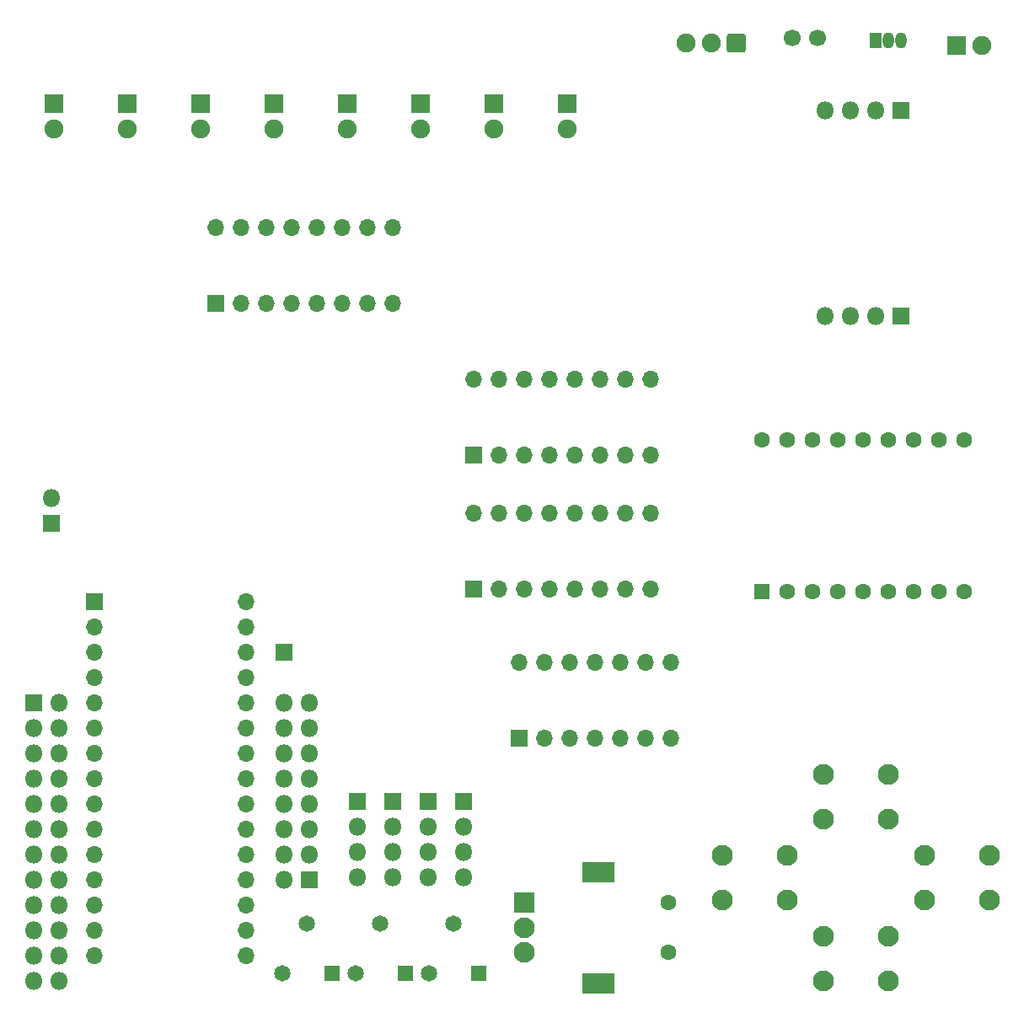
<source format=gbr>
G04 #@! TF.GenerationSoftware,KiCad,Pcbnew,(5.1.6)-1*
G04 #@! TF.CreationDate,2020-07-02T20:23:52-07:00*
G04 #@! TF.ProjectId,NanoDemo,4e616e6f-4465-46d6-9f2e-6b696361645f,rev?*
G04 #@! TF.SameCoordinates,Original*
G04 #@! TF.FileFunction,Soldermask,Bot*
G04 #@! TF.FilePolarity,Negative*
%FSLAX46Y46*%
G04 Gerber Fmt 4.6, Leading zero omitted, Abs format (unit mm)*
G04 Created by KiCad (PCBNEW (5.1.6)-1) date 2020-07-02 20:23:52*
%MOMM*%
%LPD*%
G01*
G04 APERTURE LIST*
%ADD10R,1.800000X1.800000*%
%ADD11O,1.800000X1.800000*%
%ADD12C,1.900000*%
%ADD13O,1.700000X1.700000*%
%ADD14R,1.700000X1.700000*%
%ADD15R,1.150000X1.600000*%
%ADD16O,1.150000X1.600000*%
%ADD17C,2.100000*%
%ADD18C,1.650000*%
%ADD19R,1.650000X1.650000*%
%ADD20R,2.100000X2.100000*%
%ADD21R,3.300000X2.100000*%
%ADD22C,1.600000*%
%ADD23C,1.700000*%
%ADD24R,1.600000X1.600000*%
%ADD25R,1.900000X1.900000*%
G04 APERTURE END LIST*
D10*
G04 #@! TO.C,Accl. Int.*
X43434000Y-81534000D03*
G04 #@! TD*
D11*
G04 #@! TO.C,Support*
X97790000Y-47752000D03*
X100330000Y-47752000D03*
X102870000Y-47752000D03*
D10*
X105410000Y-47752000D03*
G04 #@! TD*
D11*
G04 #@! TO.C,J6*
X20066000Y-66040000D03*
D10*
X20066000Y-68580000D03*
G04 #@! TD*
D11*
G04 #@! TO.C,J5*
X102870000Y-27051000D03*
D10*
X105410000Y-27051000D03*
D11*
X97790000Y-27051000D03*
X100330000Y-27051000D03*
G04 #@! TD*
D12*
G04 #@! TO.C,U6*
X83820000Y-20320000D03*
X86360000Y-20320000D03*
G36*
G01*
X89850000Y-19634100D02*
X89850000Y-21005900D01*
G75*
G02*
X89585900Y-21270000I-264100J0D01*
G01*
X88214100Y-21270000D01*
G75*
G02*
X87950000Y-21005900I0J264100D01*
G01*
X87950000Y-19634100D01*
G75*
G02*
X88214100Y-19370000I264100J0D01*
G01*
X89585900Y-19370000D01*
G75*
G02*
X89850000Y-19634100I0J-264100D01*
G01*
G37*
G04 #@! TD*
D13*
G04 #@! TO.C,U5*
X62484000Y-54102000D03*
X80264000Y-61722000D03*
X65024000Y-54102000D03*
X77724000Y-61722000D03*
X67564000Y-54102000D03*
X75184000Y-61722000D03*
X70104000Y-54102000D03*
X72644000Y-61722000D03*
X72644000Y-54102000D03*
X70104000Y-61722000D03*
X75184000Y-54102000D03*
X67564000Y-61722000D03*
X77724000Y-54102000D03*
X65024000Y-61722000D03*
X80264000Y-54102000D03*
D14*
X62484000Y-61722000D03*
G04 #@! TD*
D13*
G04 #@! TO.C,U4*
X62484000Y-67564000D03*
X80264000Y-75184000D03*
X65024000Y-67564000D03*
X77724000Y-75184000D03*
X67564000Y-67564000D03*
X75184000Y-75184000D03*
X70104000Y-67564000D03*
X72644000Y-75184000D03*
X72644000Y-67564000D03*
X70104000Y-75184000D03*
X75184000Y-67564000D03*
X67564000Y-75184000D03*
X77724000Y-67564000D03*
X65024000Y-75184000D03*
X80264000Y-67564000D03*
D14*
X62484000Y-75184000D03*
G04 #@! TD*
D13*
G04 #@! TO.C,U3*
X36576000Y-38862000D03*
X54356000Y-46482000D03*
X39116000Y-38862000D03*
X51816000Y-46482000D03*
X41656000Y-38862000D03*
X49276000Y-46482000D03*
X44196000Y-38862000D03*
X46736000Y-46482000D03*
X46736000Y-38862000D03*
X44196000Y-46482000D03*
X49276000Y-38862000D03*
X41656000Y-46482000D03*
X51816000Y-38862000D03*
X39116000Y-46482000D03*
X54356000Y-38862000D03*
D14*
X36576000Y-46482000D03*
G04 #@! TD*
D15*
G04 #@! TO.C,U2*
X102870000Y-20066000D03*
D16*
X105410000Y-20066000D03*
X104140000Y-20066000D03*
G04 #@! TD*
D13*
G04 #@! TO.C,U1*
X67056000Y-82550000D03*
X82296000Y-90170000D03*
X69596000Y-82550000D03*
X79756000Y-90170000D03*
X72136000Y-82550000D03*
X77216000Y-90170000D03*
X74676000Y-82550000D03*
X74676000Y-90170000D03*
X77216000Y-82550000D03*
X72136000Y-90170000D03*
X79756000Y-82550000D03*
X69596000Y-90170000D03*
X82296000Y-82550000D03*
D14*
X67056000Y-90170000D03*
G04 #@! TD*
D17*
G04 #@! TO.C,SW4*
X97640000Y-114554000D03*
X97640000Y-110054000D03*
X104140000Y-114554000D03*
X104140000Y-110054000D03*
G04 #@! TD*
G04 #@! TO.C,SW3*
X97640000Y-98298000D03*
X97640000Y-93798000D03*
X104140000Y-98298000D03*
X104140000Y-93798000D03*
G04 #@! TD*
G04 #@! TO.C,SW2*
X107800000Y-106426000D03*
X107800000Y-101926000D03*
X114300000Y-106426000D03*
X114300000Y-101926000D03*
G04 #@! TD*
G04 #@! TO.C,SW1*
X87480000Y-106426000D03*
X87480000Y-101926000D03*
X93980000Y-106426000D03*
X93980000Y-101926000D03*
G04 #@! TD*
D18*
G04 #@! TO.C,RV3*
X60492000Y-108792000D03*
D19*
X62992000Y-113792000D03*
D18*
X57992000Y-113792000D03*
G04 #@! TD*
G04 #@! TO.C,RV2*
X53126000Y-108792000D03*
D19*
X55626000Y-113792000D03*
D18*
X50626000Y-113792000D03*
G04 #@! TD*
G04 #@! TO.C,RV1*
X45760000Y-108792000D03*
D19*
X48260000Y-113792000D03*
D18*
X43260000Y-113792000D03*
G04 #@! TD*
D20*
G04 #@! TO.C,Rot_Enc1*
X67564000Y-106680000D03*
D17*
X67564000Y-109180000D03*
X67564000Y-111680000D03*
D21*
X75064000Y-103580000D03*
X75064000Y-114780000D03*
D22*
X82064000Y-106680000D03*
X82064000Y-111680000D03*
G04 #@! TD*
D23*
G04 #@! TO.C,R31*
X97028000Y-19812000D03*
X94488000Y-19812000D03*
G04 #@! TD*
D11*
G04 #@! TO.C,J8*
X43434000Y-86614000D03*
X45974000Y-86614000D03*
X43434000Y-89154000D03*
X45974000Y-89154000D03*
X43434000Y-91694000D03*
X45974000Y-91694000D03*
X43434000Y-94234000D03*
X45974000Y-94234000D03*
X43434000Y-96774000D03*
X45974000Y-96774000D03*
X43434000Y-99314000D03*
X45974000Y-99314000D03*
X43434000Y-101854000D03*
X45974000Y-101854000D03*
X43434000Y-104394000D03*
D10*
X45974000Y-104394000D03*
G04 #@! TD*
D11*
G04 #@! TO.C,J7*
X20828000Y-114554000D03*
X18288000Y-114554000D03*
X20828000Y-112014000D03*
X18288000Y-112014000D03*
X20828000Y-109474000D03*
X18288000Y-109474000D03*
X20828000Y-106934000D03*
X18288000Y-106934000D03*
X20828000Y-104394000D03*
X18288000Y-104394000D03*
X20828000Y-101854000D03*
X18288000Y-101854000D03*
X20828000Y-99314000D03*
X18288000Y-99314000D03*
X20828000Y-96774000D03*
X18288000Y-96774000D03*
X20828000Y-94234000D03*
X18288000Y-94234000D03*
X20828000Y-91694000D03*
X18288000Y-91694000D03*
X20828000Y-89154000D03*
X18288000Y-89154000D03*
X20828000Y-86614000D03*
D10*
X18288000Y-86614000D03*
G04 #@! TD*
D11*
G04 #@! TO.C,J4*
X61468000Y-104140000D03*
X61468000Y-101600000D03*
X61468000Y-99060000D03*
D10*
X61468000Y-96520000D03*
G04 #@! TD*
D11*
G04 #@! TO.C,J3*
X57912000Y-104140000D03*
X57912000Y-101600000D03*
X57912000Y-99060000D03*
D10*
X57912000Y-96520000D03*
G04 #@! TD*
D11*
G04 #@! TO.C,J2*
X54356000Y-104140000D03*
X54356000Y-101600000D03*
X54356000Y-99060000D03*
D10*
X54356000Y-96520000D03*
G04 #@! TD*
D11*
G04 #@! TO.C,J1*
X50800000Y-104140000D03*
X50800000Y-101600000D03*
X50800000Y-99060000D03*
D10*
X50800000Y-96520000D03*
G04 #@! TD*
D22*
G04 #@! TO.C,DS1*
X91440000Y-60198000D03*
X93980000Y-60198000D03*
X96520000Y-60198000D03*
X99060000Y-60198000D03*
X101600000Y-60198000D03*
X104140000Y-60198000D03*
X106680000Y-60198000D03*
X109220000Y-60198000D03*
X111760000Y-60198000D03*
X111760000Y-75438000D03*
X109220000Y-75438000D03*
X106680000Y-75438000D03*
X104140000Y-75438000D03*
X101600000Y-75438000D03*
X99060000Y-75438000D03*
X96520000Y-75438000D03*
X93980000Y-75438000D03*
D24*
X91440000Y-75438000D03*
G04 #@! TD*
D25*
G04 #@! TO.C,D17*
X110998000Y-20574000D03*
D12*
X113538000Y-20574000D03*
G04 #@! TD*
G04 #@! TO.C,D16*
X71882000Y-28956000D03*
D25*
X71882000Y-26416000D03*
G04 #@! TD*
D12*
G04 #@! TO.C,D15*
X64516000Y-28956000D03*
D25*
X64516000Y-26416000D03*
G04 #@! TD*
D12*
G04 #@! TO.C,D14*
X57150000Y-28956000D03*
D25*
X57150000Y-26416000D03*
G04 #@! TD*
D12*
G04 #@! TO.C,D13*
X49784000Y-28956000D03*
D25*
X49784000Y-26416000D03*
G04 #@! TD*
D12*
G04 #@! TO.C,D12*
X42418000Y-28956000D03*
D25*
X42418000Y-26416000D03*
G04 #@! TD*
D12*
G04 #@! TO.C,D11*
X35052000Y-28956000D03*
D25*
X35052000Y-26416000D03*
G04 #@! TD*
D12*
G04 #@! TO.C,D10*
X27686000Y-28956000D03*
D25*
X27686000Y-26416000D03*
G04 #@! TD*
D12*
G04 #@! TO.C,D9*
X20320000Y-28956000D03*
D25*
X20320000Y-26416000D03*
G04 #@! TD*
D13*
G04 #@! TO.C,A1*
X39624000Y-112014000D03*
X24384000Y-112014000D03*
X39624000Y-76454000D03*
X24384000Y-109474000D03*
X39624000Y-78994000D03*
X24384000Y-106934000D03*
X39624000Y-81534000D03*
X24384000Y-104394000D03*
X39624000Y-84074000D03*
X24384000Y-101854000D03*
X39624000Y-86614000D03*
X24384000Y-99314000D03*
X39624000Y-89154000D03*
X24384000Y-96774000D03*
X39624000Y-91694000D03*
X24384000Y-94234000D03*
X39624000Y-94234000D03*
X24384000Y-91694000D03*
X39624000Y-96774000D03*
X24384000Y-89154000D03*
X39624000Y-99314000D03*
X24384000Y-86614000D03*
X39624000Y-101854000D03*
X24384000Y-84074000D03*
X39624000Y-104394000D03*
X24384000Y-81534000D03*
X39624000Y-106934000D03*
X24384000Y-78994000D03*
X39624000Y-109474000D03*
D14*
X24384000Y-76454000D03*
G04 #@! TD*
M02*

</source>
